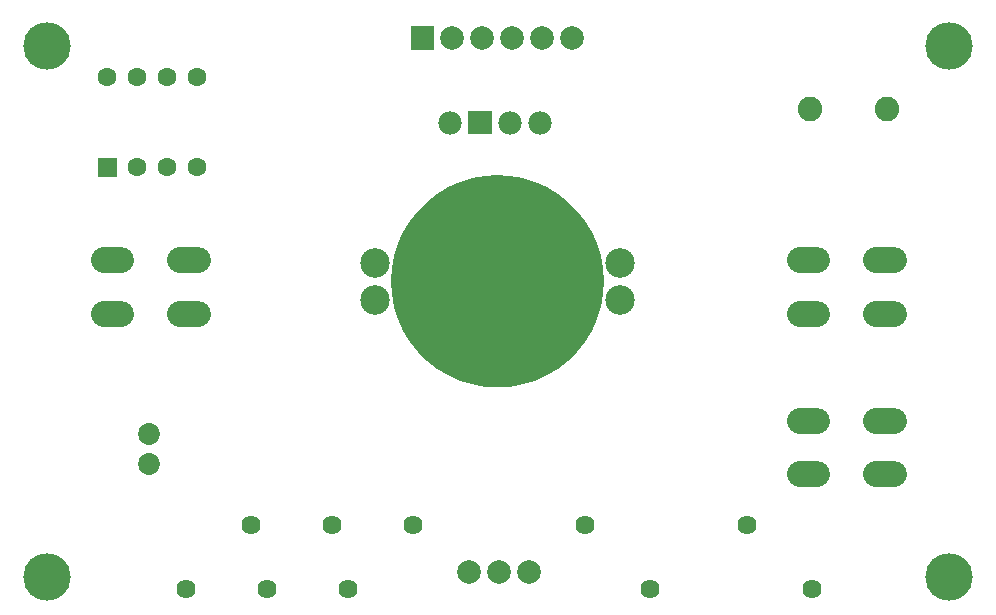
<source format=gbs>
G04 Layer: BottomSolderMaskLayer*
G04 EasyEDA v6.4.7, 2020-11-20T12:49:30+01:00*
G04 3459f72c1cfb4ed1b42eaf7d9b2f9cca,50b924b206514efda7368a069ed08794,10*
G04 Gerber Generator version 0.2*
G04 Scale: 100 percent, Rotated: No, Reflected: No *
G04 Dimensions in millimeters *
G04 leading zeros omitted , absolute positions ,3 integer and 3 decimal *
%FSLAX33Y33*%
%MOMM*%
G90*
D02*

%ADD40C,2.203196*%
%ADD41C,4.013200*%
%ADD42C,1.981200*%
%ADD44C,2.003196*%
%ADD46C,1.600200*%
%ADD47C,2.082800*%
%ADD49C,1.623060*%
%ADD50C,1.854200*%
%ADD51C,2.503170*%

%LPD*%
G54D40*
G01X68347Y31348D02*
G01X69847Y31348D01*
G01X68347Y26827D02*
G01X69847Y26827D01*
G01X74850Y31348D02*
G01X76350Y31348D01*
G01X74850Y26827D02*
G01X76350Y26827D01*
G01X9419Y31348D02*
G01X10919Y31348D01*
G01X9419Y26827D02*
G01X10919Y26827D01*
G01X15922Y31348D02*
G01X17422Y31348D01*
G01X15922Y26827D02*
G01X17422Y26827D01*
G01X68347Y17759D02*
G01X69847Y17759D01*
G01X68347Y13238D02*
G01X69847Y13238D01*
G01X74850Y17759D02*
G01X76350Y17759D01*
G01X74850Y13238D02*
G01X76350Y13238D01*
G54D41*
G01X4658Y49535D03*
G01X80985Y49535D03*
G01X4658Y4577D03*
G01X80985Y4577D03*
G54D42*
G01X43834Y43009D03*
G01X46374Y43009D03*
G01X38754Y43009D03*
G36*
G01X40304Y42019D02*
G01X40304Y44000D01*
G01X42285Y44000D01*
G01X42285Y42019D01*
G01X40304Y42019D01*
G37*
G54D44*
G01X40345Y4958D03*
G01X42885Y4958D03*
G01X45425Y4958D03*
G36*
G01X8937Y38447D02*
G01X8937Y40048D01*
G01X10538Y40048D01*
G01X10538Y38447D01*
G01X8937Y38447D01*
G37*
G54D46*
G01X12278Y39248D03*
G01X14818Y39248D03*
G01X17358Y39248D03*
G01X17358Y46868D03*
G01X14818Y46868D03*
G01X12278Y46868D03*
G01X9738Y46868D03*
G54D47*
G01X69224Y44201D03*
G01X75727Y44201D03*
G54D44*
G01X49108Y50170D03*
G01X46568Y50170D03*
G01X44028Y50170D03*
G01X41488Y50170D03*
G01X38948Y50170D03*
G36*
G01X35407Y49169D02*
G01X35407Y51170D01*
G01X37408Y51170D01*
G01X37408Y49169D01*
G01X35407Y49169D01*
G37*
G54D49*
G01X30114Y3490D03*
G01X35589Y8965D03*
G01X16398Y3490D03*
G01X21873Y8965D03*
G01X23256Y3490D03*
G01X28731Y8965D03*
G01X55655Y3490D03*
G01X50180Y8965D03*
G01X69371Y3490D03*
G01X63896Y8965D03*
G54D50*
G01X13294Y16642D03*
G01X13294Y14102D03*
G36*
G01X42758Y20594D02*
G01X41673Y20660D01*
G01X40604Y20855D01*
G01X39565Y21178D01*
G01X38574Y21625D01*
G01X37645Y22186D01*
G01X36789Y22857D01*
G01X36019Y23627D01*
G01X35348Y24483D01*
G01X34787Y25412D01*
G01X34340Y26403D01*
G01X34017Y27442D01*
G01X33822Y28511D01*
G01X33756Y29596D01*
G01X33822Y30680D01*
G01X34017Y31749D01*
G01X34340Y32788D01*
G01X34787Y33779D01*
G01X35348Y34709D01*
G01X36019Y35565D01*
G01X36789Y36334D01*
G01X37645Y37005D01*
G01X38574Y37566D01*
G01X39565Y38013D01*
G01X40604Y38336D01*
G01X41673Y38531D01*
G01X42758Y38597D01*
G01X43842Y38531D01*
G01X44911Y38336D01*
G01X45950Y38013D01*
G01X46941Y37566D01*
G01X47871Y37005D01*
G01X48727Y36334D01*
G01X49496Y35565D01*
G01X50167Y34709D01*
G01X50728Y33779D01*
G01X51175Y32788D01*
G01X51498Y31749D01*
G01X51693Y30680D01*
G01X51759Y29596D01*
G01X51693Y28511D01*
G01X51498Y27442D01*
G01X51175Y26403D01*
G01X50728Y25412D01*
G01X50167Y24483D01*
G01X49496Y23627D01*
G01X48727Y22857D01*
G01X47871Y22186D01*
G01X46941Y21625D01*
G01X45950Y21178D01*
G01X44911Y20855D01*
G01X43842Y20660D01*
G01X42758Y20594D01*
G37*
G54D51*
G01X53158Y31096D03*
G01X53158Y27996D03*
G01X32357Y27996D03*
G01X32357Y31096D03*
M00*
M02*

</source>
